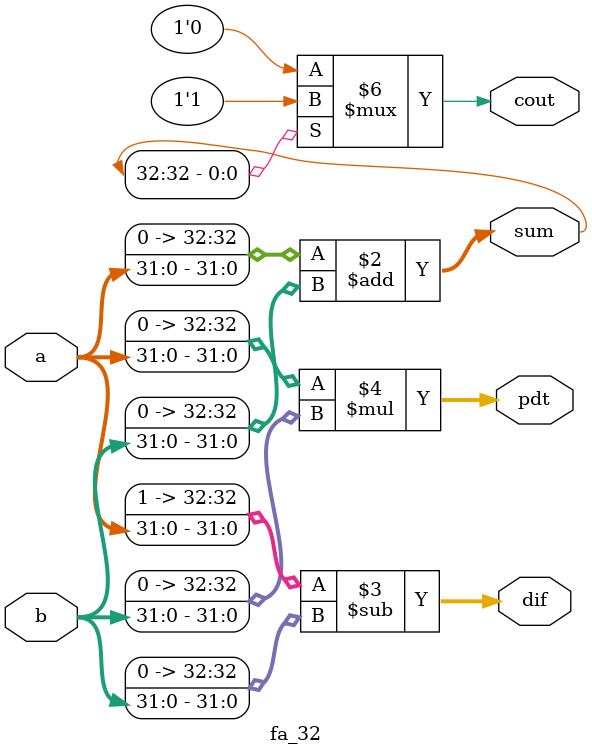
<source format=v>
module fa_32(a,b,sum,dif,pdt, cout);

input [31:0]a;
input [31:0]b;

output [32:0]sum;
output[32:0]dif;
output[32:0]pdt;
output cout;

reg [32:0]sum;
reg [32:0]dif;
reg [32:0]pdt;
reg cout;

always @(a or b )begin 

sum = {1'b0,a}+ {1'b0,b};
dif = {1'b1,a}- {1'b0,b};
pdt = {1'b0,a}* {1'b0,b};


if(sum[32])begin
	cout=1;
	end
else begin
	cout=0;
	end


end



endmodule

</source>
